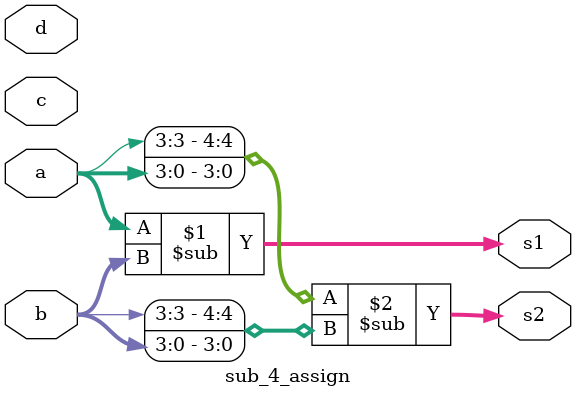
<source format=v>
module sub_4_assign (a, b, c, d, s1, s2);
input signed [3:0] a, b;
input [3:0] c, d;
output signed [4:0] s1, s2;

assign s1 = (a - b);
assign s2 = ($signed(a) - $signed(b));

endmodule // sub_4_assign

</source>
